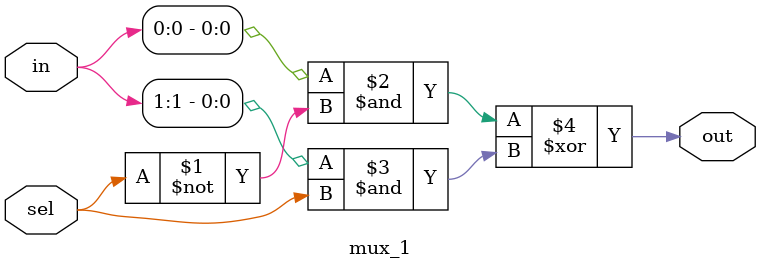
<source format=sv>
`timescale 1ns/1ps
`default_nettype none

module mux_1(in, sel, out);
	input wire [1:0] in;
	input wire sel;

	output wire out;

	assign out = (in[0] & ~sel) ^ (in[1] & sel);
endmodule

</source>
